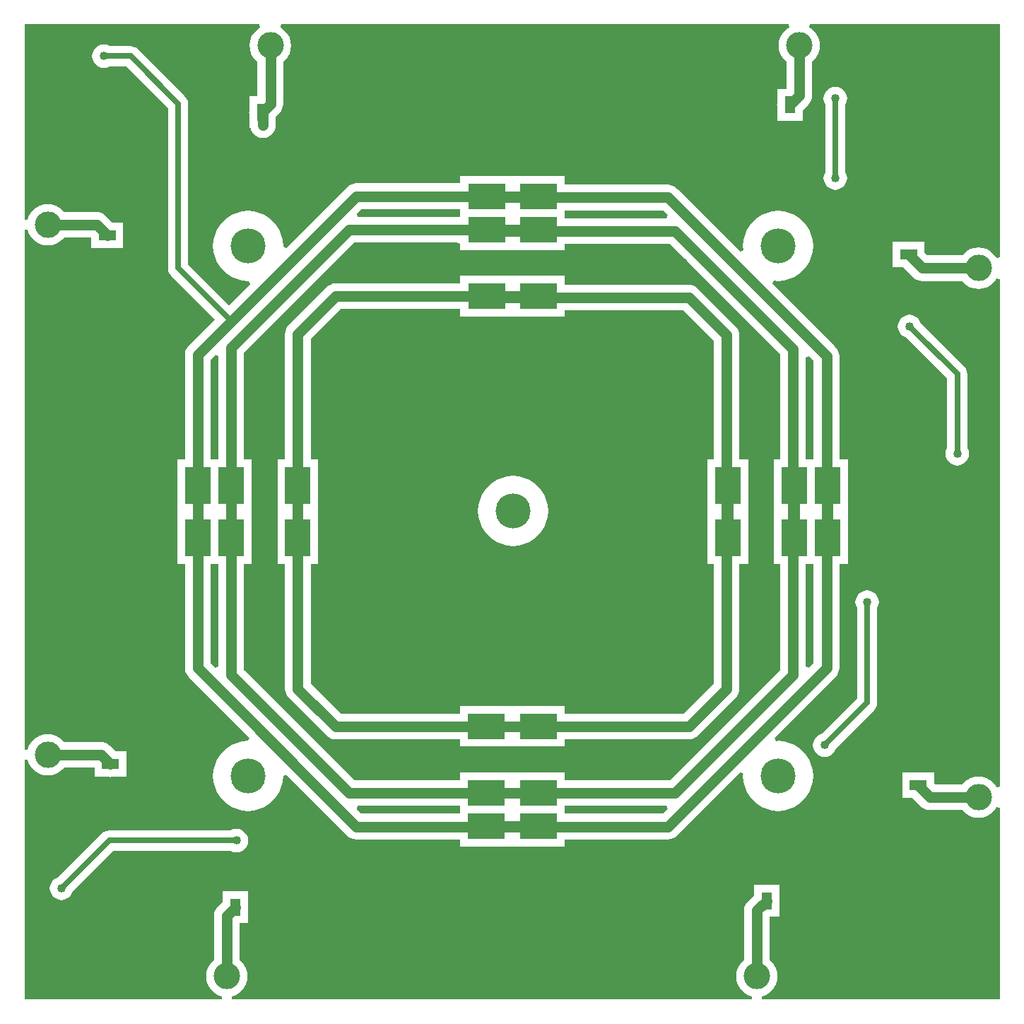
<source format=gbl>
%FSLAX25Y25*%
%MOIN*%
G70*
G01*
G75*
G04 Layer_Physical_Order=2*
G04 Layer_Color=65280*
%ADD10R,0.05906X0.05906*%
%ADD11P,0.08352X4X345.0*%
%ADD12P,0.08352X4X285.0*%
%ADD13C,0.02500*%
%ADD14C,0.05000*%
%ADD15C,0.16500*%
%ADD16R,0.12500X0.12500*%
%ADD17C,0.12500*%
%ADD18R,0.12500X0.12500*%
%ADD19C,0.04000*%
%ADD20R,0.05000X0.08000*%
%ADD21R,0.08000X0.05000*%
%ADD22R,0.17716X0.12205*%
%ADD23R,0.12205X0.17716*%
G36*
X767500Y657561D02*
X766045Y657197D01*
X765646Y657943D01*
X764428Y659428D01*
X762943Y660646D01*
X761249Y661551D01*
X759411Y662109D01*
X757500Y662297D01*
X755589Y662109D01*
X753751Y661551D01*
X752057Y660646D01*
X750572Y659428D01*
X749835Y658529D01*
X733497D01*
X732000Y660026D01*
Y665000D01*
X724795D01*
X724500Y665029D01*
X724205Y665000D01*
X717000D01*
Y653000D01*
X721974D01*
X726737Y648237D01*
Y648237D01*
X726737Y648237D01*
X726737Y648237D01*
Y648237D01*
X727650Y647487D01*
X728693Y646930D01*
Y646930D01*
X728693Y646930D01*
D01*
D01*
D01*
X728693D01*
Y646930D01*
D01*
X728693Y646930D01*
X728693Y646930D01*
X729824Y646587D01*
X731000Y646471D01*
X749835D01*
X750572Y645572D01*
X752057Y644354D01*
X753751Y643449D01*
X755589Y642891D01*
X757500Y642703D01*
X759411Y642891D01*
X761249Y643449D01*
X762943Y644354D01*
X764428Y645572D01*
X765646Y647057D01*
X766045Y647803D01*
X767500Y647439D01*
Y408061D01*
X766045Y407697D01*
X765646Y408443D01*
X764428Y409928D01*
X762943Y411146D01*
X761249Y412051D01*
X759411Y412609D01*
X757500Y412797D01*
X755589Y412609D01*
X753751Y412051D01*
X752057Y411146D01*
X750572Y409928D01*
X749835Y409029D01*
X736997D01*
X736500Y409526D01*
Y414500D01*
X729295D01*
X729000Y414529D01*
X728705Y414500D01*
X721500D01*
Y402500D01*
X726474D01*
X730237Y398737D01*
X730237Y398737D01*
X731150Y397987D01*
X732193Y397430D01*
X733324Y397087D01*
X734500Y396971D01*
X749835D01*
X750572Y396072D01*
X752057Y394854D01*
X753751Y393949D01*
X755589Y393391D01*
X757500Y393203D01*
X759411Y393391D01*
X761249Y393949D01*
X762943Y394854D01*
X764428Y396072D01*
X765646Y397557D01*
X766045Y398303D01*
X767500Y397939D01*
Y307500D01*
X655437D01*
X655217Y308984D01*
X656749Y309449D01*
X658443Y310354D01*
X659928Y311572D01*
X661146Y313057D01*
X662051Y314751D01*
X662609Y316589D01*
X662797Y318500D01*
X662609Y320411D01*
X662051Y322249D01*
X661146Y323943D01*
X659928Y325428D01*
X659029Y326165D01*
Y346500D01*
X663500D01*
Y353705D01*
X663529Y354000D01*
X663500Y354295D01*
Y361500D01*
X651500D01*
Y356526D01*
X648737Y353763D01*
X647987Y352850D01*
X647430Y351807D01*
X647087Y350676D01*
X646971Y349500D01*
Y326165D01*
X646072Y325428D01*
X644854Y323943D01*
X643949Y322249D01*
X643391Y320411D01*
X643203Y318500D01*
X643391Y316589D01*
X643949Y314751D01*
X644854Y313057D01*
X646072Y311572D01*
X647557Y310354D01*
X649251Y309449D01*
X650783Y308984D01*
X650563Y307500D01*
X405437D01*
X405217Y308984D01*
X406749Y309449D01*
X408443Y310354D01*
X409928Y311572D01*
X411146Y313057D01*
X412051Y314751D01*
X412609Y316589D01*
X412797Y318500D01*
X412609Y320411D01*
X412051Y322249D01*
X411146Y323943D01*
X409928Y325428D01*
X409029Y326165D01*
Y343500D01*
X413000D01*
Y350705D01*
X413029Y351000D01*
X413000Y351295D01*
Y358500D01*
X401000D01*
Y353526D01*
X398737Y351263D01*
X397987Y350349D01*
X397430Y349307D01*
X397087Y348176D01*
X396971Y347000D01*
Y326165D01*
X396072Y325428D01*
X394854Y323943D01*
X393949Y322249D01*
X393391Y320411D01*
X393203Y318500D01*
X393391Y316589D01*
X393949Y314751D01*
X394854Y313057D01*
X396072Y311572D01*
X397557Y310354D01*
X399251Y309449D01*
X400783Y308984D01*
X400563Y307500D01*
X307500D01*
Y420563D01*
X308984Y420783D01*
X309449Y419251D01*
X310354Y417557D01*
X311572Y416072D01*
X313057Y414854D01*
X314751Y413949D01*
X316589Y413391D01*
X318500Y413203D01*
X320411Y413391D01*
X322249Y413949D01*
X323943Y414854D01*
X325428Y416072D01*
X326165Y416971D01*
X340500D01*
Y412500D01*
X347705D01*
X348000Y412471D01*
X348295Y412500D01*
X355500D01*
Y424500D01*
X350526D01*
X347763Y427263D01*
X346849Y428013D01*
X345807Y428570D01*
X344676Y428913D01*
X343500Y429029D01*
X326165D01*
X325428Y429928D01*
X323943Y431146D01*
X322249Y432051D01*
X320411Y432609D01*
X318500Y432797D01*
X316589Y432609D01*
X314751Y432051D01*
X313057Y431146D01*
X311572Y429928D01*
X310354Y428443D01*
X309449Y426749D01*
X308984Y425217D01*
X307500Y425437D01*
Y670563D01*
X308984Y670783D01*
X309449Y669251D01*
X310354Y667557D01*
X311572Y666072D01*
X313057Y664854D01*
X314751Y663949D01*
X316589Y663391D01*
X318500Y663203D01*
X320411Y663391D01*
X322249Y663949D01*
X323943Y664854D01*
X325428Y666072D01*
X326165Y666971D01*
X339000D01*
Y662000D01*
X346205D01*
X346500Y661971D01*
X346795Y662000D01*
X354000D01*
Y674000D01*
X349026D01*
X345763Y677263D01*
D01*
X345763Y677263D01*
D01*
D01*
D01*
X345763Y677263D01*
X345763Y677263D01*
X344849Y678013D01*
X343807Y678570D01*
Y678570D01*
X343807D01*
D01*
D01*
D01*
D01*
X343807D01*
Y678570D01*
D01*
D01*
X343807Y678570D01*
X343807Y678570D01*
X343807Y678570D01*
D01*
X342676Y678913D01*
X341500Y679029D01*
X326165D01*
X325428Y679928D01*
X323943Y681146D01*
X322249Y682051D01*
X320411Y682609D01*
X318500Y682797D01*
X316589Y682609D01*
X314751Y682051D01*
X313057Y681146D01*
X311572Y679928D01*
X310354Y678443D01*
X309449Y676749D01*
X308984Y675217D01*
X307500Y675437D01*
Y767500D01*
X418439D01*
X418803Y766045D01*
X418057Y765646D01*
X416572Y764428D01*
X415354Y762943D01*
X414449Y761249D01*
X413891Y759411D01*
X413703Y757500D01*
X413891Y755589D01*
X414449Y753751D01*
X415354Y752057D01*
X416572Y750572D01*
X417471Y749835D01*
Y733500D01*
X413500D01*
Y726295D01*
X413471Y726000D01*
X413500Y725705D01*
Y718500D01*
X414185D01*
X414430Y717693D01*
X414987Y716650D01*
X415737Y715737D01*
X416650Y714987D01*
X417693Y714430D01*
X418824Y714087D01*
X420000Y713971D01*
X421176Y714087D01*
X422307Y714430D01*
X423350Y714987D01*
X424263Y715737D01*
X425013Y716650D01*
X425570Y717693D01*
X425913Y718824D01*
X426029Y720000D01*
Y724003D01*
X427763Y725737D01*
X427763Y725737D01*
X428513Y726650D01*
X429070Y727693D01*
X429413Y728824D01*
X429529Y730000D01*
Y749835D01*
X430428Y750572D01*
X431646Y752057D01*
X432551Y753751D01*
X433109Y755589D01*
X433297Y757500D01*
X433109Y759411D01*
X432551Y761249D01*
X431646Y762943D01*
X430428Y764428D01*
X428943Y765646D01*
X428197Y766045D01*
X428561Y767500D01*
X667939D01*
X668303Y766045D01*
X667557Y765646D01*
X666072Y764428D01*
X664854Y762943D01*
X663949Y761249D01*
X663391Y759411D01*
X663203Y757500D01*
X663391Y755589D01*
X663949Y753751D01*
X664854Y752057D01*
X666072Y750572D01*
X666971Y749835D01*
Y737000D01*
X662500D01*
Y729795D01*
X662471Y729500D01*
X662500Y729205D01*
Y722000D01*
X674500D01*
Y726974D01*
X677263Y729737D01*
X678013Y730650D01*
X678570Y731693D01*
X678913Y732824D01*
X679029Y734000D01*
Y749835D01*
X679928Y750572D01*
X681146Y752057D01*
X682051Y753751D01*
X682609Y755589D01*
X682797Y757500D01*
X682609Y759411D01*
X682051Y761249D01*
X681146Y762943D01*
X679928Y764428D01*
X678443Y765646D01*
X677697Y766045D01*
X678061Y767500D01*
X767500D01*
Y657561D01*
D02*
G37*
%LPC*%
G36*
X725000Y630548D02*
X723564Y630358D01*
X722226Y629804D01*
X721077Y628923D01*
X720196Y627774D01*
X719642Y626436D01*
X719452Y625000D01*
X719642Y623564D01*
X720196Y622226D01*
X721077Y621077D01*
X722226Y620196D01*
X723564Y619642D01*
X723586Y619639D01*
X742709Y600516D01*
Y567791D01*
X742696Y567774D01*
X742142Y566436D01*
X741953Y565000D01*
X742142Y563564D01*
X742696Y562226D01*
X743577Y561077D01*
X744726Y560196D01*
X746064Y559642D01*
X747500Y559452D01*
X748936Y559642D01*
X750274Y560196D01*
X751423Y561077D01*
X752304Y562226D01*
X752858Y563564D01*
X753048Y565000D01*
X752858Y566436D01*
X752304Y567774D01*
X752291Y567791D01*
Y602500D01*
X752128Y603740D01*
X751649Y604895D01*
X750888Y605888D01*
Y605888D01*
D01*
D01*
Y605888D01*
D01*
D01*
D01*
D01*
X750888D01*
D01*
D01*
X750888D01*
X730361Y626414D01*
X730358Y626436D01*
X729804Y627774D01*
X728923Y628923D01*
X727774Y629804D01*
X726436Y630358D01*
X725000Y630548D01*
D02*
G37*
G36*
X705000Y500548D02*
X703564Y500358D01*
X702226Y499804D01*
X701077Y498923D01*
X700196Y497774D01*
X699642Y496436D01*
X699452Y495000D01*
X699642Y493564D01*
X700196Y492226D01*
X700209Y492209D01*
Y449484D01*
X683586Y432861D01*
X683564Y432858D01*
X682226Y432304D01*
X681077Y431423D01*
X680196Y430274D01*
X679642Y428936D01*
X679453Y427500D01*
X679642Y426064D01*
X680196Y424726D01*
X681077Y423577D01*
X682226Y422696D01*
X683564Y422142D01*
X685000Y421952D01*
X686436Y422142D01*
X687774Y422696D01*
X688923Y423577D01*
X689804Y424726D01*
X690358Y426064D01*
X690361Y426086D01*
X708388Y444112D01*
Y444112D01*
D01*
D01*
D01*
X708388Y444112D01*
Y444112D01*
D01*
D01*
Y444112D01*
X708388D01*
D01*
D01*
X708388D01*
D01*
D01*
Y444112D01*
D01*
D01*
D01*
Y444112D01*
D01*
D01*
X708388D01*
D01*
X708388Y444112D01*
D01*
D01*
X709149Y445105D01*
X709628Y446260D01*
X709791Y447500D01*
Y492209D01*
X709804Y492226D01*
X710358Y493564D01*
X710547Y495000D01*
X710358Y496436D01*
X709804Y497774D01*
X708923Y498923D01*
X707774Y499804D01*
X706436Y500358D01*
X705000Y500548D01*
D02*
G37*
G36*
X407500Y388048D02*
X406064Y387858D01*
X404726Y387304D01*
X404709Y387291D01*
X347500D01*
X346260Y387128D01*
X345105Y386649D01*
X344112Y385888D01*
X323586Y365361D01*
X323564Y365358D01*
X322226Y364804D01*
X321077Y363923D01*
X320196Y362774D01*
X319642Y361436D01*
X319453Y360000D01*
X319642Y358564D01*
X320196Y357226D01*
X321077Y356077D01*
X322226Y355196D01*
X323564Y354642D01*
X325000Y354452D01*
X326436Y354642D01*
X327774Y355196D01*
X328923Y356077D01*
X329804Y357226D01*
X330358Y358564D01*
X330361Y358586D01*
X349484Y377709D01*
X404709D01*
X404726Y377696D01*
X406064Y377142D01*
X407500Y376953D01*
X408936Y377142D01*
X410274Y377696D01*
X411423Y378577D01*
X412304Y379726D01*
X412858Y381064D01*
X413048Y382500D01*
X412858Y383936D01*
X412304Y385274D01*
X411423Y386423D01*
X410274Y387304D01*
X408936Y387858D01*
X407500Y388048D01*
D02*
G37*
G36*
X690000Y738048D02*
X688564Y737858D01*
X687226Y737304D01*
X686077Y736423D01*
X685196Y735274D01*
X684642Y733936D01*
X684452Y732500D01*
X684642Y731064D01*
X685196Y729726D01*
X685209Y729709D01*
Y697791D01*
X685196Y697774D01*
X684642Y696436D01*
X684452Y695000D01*
X684642Y693564D01*
X685196Y692226D01*
X686077Y691077D01*
X687226Y690196D01*
X688564Y689642D01*
X690000Y689453D01*
X691436Y689642D01*
X692774Y690196D01*
X693923Y691077D01*
X694804Y692226D01*
X695358Y693564D01*
X695547Y695000D01*
X695358Y696436D01*
X694804Y697774D01*
X694791Y697791D01*
Y729709D01*
X694804Y729726D01*
X695358Y731064D01*
X695547Y732500D01*
X695358Y733936D01*
X694804Y735274D01*
X693923Y736423D01*
X692774Y737304D01*
X691436Y737858D01*
X690000Y738048D01*
D02*
G37*
G36*
X345000Y758047D02*
X343564Y757858D01*
X342226Y757304D01*
X341077Y756423D01*
X340196Y755274D01*
X339642Y753936D01*
X339453Y752500D01*
X339642Y751064D01*
X340196Y749726D01*
X341077Y748577D01*
X342226Y747696D01*
X343564Y747142D01*
X345000Y746952D01*
X346436Y747142D01*
X347774Y747696D01*
X347791Y747709D01*
X355516D01*
X375209Y728016D01*
Y652500D01*
X375209Y652500D01*
X375209D01*
X375372Y651260D01*
X375711Y650443D01*
X375851Y650105D01*
X376612Y649112D01*
Y649112D01*
D01*
D01*
X376612Y649112D01*
Y649112D01*
X376612Y649112D01*
X397349Y628375D01*
X384989Y616015D01*
X384239Y615101D01*
X383682Y614059D01*
X383339Y612928D01*
X383223Y611752D01*
Y562358D01*
X379650D01*
Y537642D01*
Y513035D01*
X383223D01*
Y463890D01*
X383339Y462713D01*
X383682Y461583D01*
X384239Y460540D01*
X384989Y459627D01*
X413708Y430907D01*
X413081Y429545D01*
X413000Y429551D01*
X410411Y429347D01*
X407885Y428741D01*
X405486Y427747D01*
X403271Y426390D01*
X401297Y424703D01*
X399610Y422728D01*
X398253Y420514D01*
X397259Y418115D01*
X396653Y415589D01*
X396449Y413000D01*
X396653Y410411D01*
X397259Y407885D01*
X398253Y405486D01*
X399610Y403271D01*
X401297Y401297D01*
X403271Y399610D01*
X405486Y398253D01*
X407885Y397259D01*
X410411Y396653D01*
X413000Y396449D01*
X415589Y396653D01*
X418115Y397259D01*
X420514Y398253D01*
X422728Y399610D01*
X424703Y401297D01*
X426390Y403271D01*
X427747Y405486D01*
X428741Y407885D01*
X429347Y410411D01*
X429551Y413000D01*
X429545Y413081D01*
X430907Y413708D01*
X459733Y384882D01*
X460646Y384133D01*
X461689Y383576D01*
X462820Y383232D01*
X463996Y383117D01*
X463996Y383117D01*
X513035D01*
Y379650D01*
X562358D01*
Y383117D01*
X611110D01*
X612287Y383232D01*
X613417Y383576D01*
X614460Y384133D01*
X615373Y384882D01*
X645169Y414678D01*
X646532Y414050D01*
X646449Y413000D01*
X646653Y410411D01*
X647259Y407885D01*
X648253Y405486D01*
X649610Y403271D01*
X651297Y401297D01*
X653272Y399610D01*
X655486Y398253D01*
X657886Y397259D01*
X660411Y396653D01*
X663000Y396449D01*
X665589Y396653D01*
X668115Y397259D01*
X670514Y398253D01*
X672728Y399610D01*
X674703Y401297D01*
X676390Y403271D01*
X677747Y405486D01*
X678741Y407885D01*
X679347Y410411D01*
X679551Y413000D01*
X679347Y415589D01*
X678741Y418115D01*
X677747Y420514D01*
X676390Y422728D01*
X674703Y424703D01*
X672728Y426390D01*
X670514Y427747D01*
X668115Y428741D01*
X665589Y429347D01*
X663000Y429551D01*
X661949Y429468D01*
X661321Y430831D01*
X690118Y459627D01*
X690867Y460540D01*
X691424Y461583D01*
X691768Y462713D01*
X691883Y463890D01*
X691883Y463890D01*
Y513035D01*
X696098D01*
Y537642D01*
Y562358D01*
X691883D01*
Y611110D01*
X691883Y611110D01*
X691768Y612287D01*
X691424Y613417D01*
X690867Y614460D01*
X690118Y615373D01*
X660236Y645255D01*
X660864Y646617D01*
X663000Y646449D01*
X665589Y646653D01*
X668115Y647259D01*
X670514Y648253D01*
X672728Y649610D01*
X674703Y651297D01*
X676390Y653272D01*
X677747Y655486D01*
X678741Y657886D01*
X679347Y660411D01*
X679551Y663000D01*
X679347Y665589D01*
X678741Y668115D01*
X677747Y670514D01*
X676390Y672728D01*
X674703Y674703D01*
X672728Y676390D01*
X670514Y677747D01*
X668115Y678741D01*
X665589Y679347D01*
X663000Y679551D01*
X660411Y679347D01*
X657886Y678741D01*
X655486Y677747D01*
X653272Y676390D01*
X651297Y674703D01*
X649610Y672728D01*
X648253Y670514D01*
X647259Y668115D01*
X646653Y665589D01*
X646449Y663000D01*
X646617Y660864D01*
X645255Y660236D01*
X615373Y690118D01*
X614460Y690867D01*
X613417Y691424D01*
X612287Y691768D01*
X611110Y691883D01*
X562465D01*
Y696098D01*
X513142D01*
Y692525D01*
X463996D01*
X463996Y692525D01*
X462820Y692409D01*
X461689Y692066D01*
X460646Y691509D01*
X459733Y690759D01*
X430876Y661903D01*
X429514Y662531D01*
X429551Y663000D01*
X429347Y665589D01*
X428741Y668115D01*
X427747Y670514D01*
X426390Y672728D01*
X424703Y674703D01*
X422728Y676390D01*
X420514Y677747D01*
X418115Y678741D01*
X415589Y679347D01*
X413000Y679551D01*
X410411Y679347D01*
X407885Y678741D01*
X405486Y677747D01*
X403271Y676390D01*
X401297Y674703D01*
X399610Y672728D01*
X398253Y670514D01*
X397259Y668115D01*
X396653Y665589D01*
X396449Y663000D01*
X396653Y660411D01*
X397259Y657886D01*
X398253Y655486D01*
X399610Y653272D01*
X401297Y651297D01*
X403271Y649610D01*
X405486Y648253D01*
X407885Y647259D01*
X410411Y646653D01*
X413000Y646449D01*
X413469Y646486D01*
X414097Y645124D01*
X404125Y635151D01*
X384791Y654485D01*
Y730000D01*
X384628Y731240D01*
X384149Y732396D01*
X383388Y733388D01*
Y733388D01*
D01*
D01*
Y733388D01*
D01*
D01*
D01*
D01*
X383388D01*
D01*
D01*
X383388D01*
X360888Y755888D01*
D01*
X360888Y755888D01*
D01*
D01*
D01*
X360888Y755888D01*
X360888Y755888D01*
X359895Y756649D01*
X359557Y756789D01*
X358740Y757128D01*
X357500Y757291D01*
X347791D01*
X347774Y757304D01*
X346436Y757858D01*
X345000Y758047D01*
D02*
G37*
%LPD*%
G36*
X398971Y464657D02*
X397585Y464083D01*
X395281Y466387D01*
Y513035D01*
X398971D01*
Y464657D01*
D02*
G37*
G36*
X511064Y664642D02*
X512500Y664453D01*
X513142Y663890D01*
Y661146D01*
X562465D01*
Y664077D01*
X611861D01*
X664077Y611861D01*
Y562358D01*
X661146D01*
Y537642D01*
Y513035D01*
X664077D01*
Y463139D01*
X611861Y410923D01*
X562358D01*
Y414602D01*
X513035D01*
Y410923D01*
X463245D01*
X411029Y463139D01*
Y513035D01*
X414602D01*
Y537642D01*
Y562358D01*
X411029D01*
Y612503D01*
X463245Y664719D01*
X510877D01*
X511064Y664642D01*
D02*
G37*
G36*
X513035Y395398D02*
Y395175D01*
X466493D01*
X464189Y397479D01*
X464763Y398865D01*
X513035D01*
Y395398D01*
D02*
G37*
G36*
X610917Y397479D02*
X608613Y395175D01*
X562358D01*
Y395398D01*
Y398865D01*
X610343D01*
X610917Y397479D01*
D02*
G37*
G36*
X679825Y466387D02*
X677521Y464083D01*
X676135Y464657D01*
Y513035D01*
X679825D01*
Y466387D01*
D02*
G37*
G36*
X398971Y610985D02*
Y562358D01*
X395281D01*
Y609255D01*
X397585Y611559D01*
X398971Y610985D01*
D02*
G37*
G36*
X679825Y608613D02*
Y562358D01*
X676135D01*
Y610343D01*
X677521Y610917D01*
X679825Y608613D01*
D02*
G37*
G36*
X610917Y677521D02*
X610343Y676135D01*
X562465D01*
Y676894D01*
Y679825D01*
X608613D01*
X610917Y677521D01*
D02*
G37*
G36*
X513142Y676894D02*
Y676777D01*
X464763D01*
X464189Y678163D01*
X466493Y680467D01*
X513142D01*
Y676894D01*
D02*
G37*
%LPC*%
G36*
X562465Y648854D02*
X513142D01*
Y645281D01*
X454252D01*
X453076Y645165D01*
X451945Y644822D01*
X450902Y644265D01*
X449989Y643515D01*
X432233Y625759D01*
X431483Y624846D01*
X430926Y623803D01*
X430583Y622672D01*
X430467Y621496D01*
Y562358D01*
X426894D01*
Y537642D01*
Y513035D01*
X430467D01*
Y454146D01*
X430467Y454146D01*
X430467D01*
X430583Y452969D01*
X430926Y451838D01*
X430926Y451838D01*
X430926Y451838D01*
X431483Y450796D01*
X432233Y449883D01*
Y449883D01*
D01*
D01*
X432233Y449883D01*
Y449883D01*
X432233Y449883D01*
X449989Y432127D01*
Y432127D01*
D01*
D01*
X449989Y432127D01*
Y432127D01*
D01*
Y432127D01*
X449989Y432127D01*
X450902Y431377D01*
X451945Y430820D01*
D01*
X451945D01*
X451945Y430820D01*
D01*
D01*
D01*
X451945D01*
D01*
D01*
X451945D01*
D01*
D01*
Y430820D01*
X453076Y430477D01*
X454252Y430361D01*
X513035D01*
Y426894D01*
X562358D01*
Y430361D01*
X620854D01*
X622031Y430477D01*
X623162Y430820D01*
X624204Y431377D01*
X625117Y432127D01*
X642873Y449883D01*
X643623Y450796D01*
X644180Y451838D01*
X644523Y452969D01*
X644639Y454146D01*
Y513035D01*
X648854D01*
Y537642D01*
Y562358D01*
X644639D01*
Y620854D01*
X644639Y620854D01*
Y620854D01*
X644639D01*
X644639Y620854D01*
D01*
D01*
D01*
D01*
X644639Y620854D01*
D01*
X644523Y622031D01*
X644180Y623162D01*
X644180D01*
Y623162D01*
X644180D01*
X644180Y623162D01*
D01*
D01*
D01*
D01*
X644180Y623162D01*
D01*
X644180D01*
Y623162D01*
D01*
X643623Y624204D01*
X642873Y625117D01*
Y625117D01*
D01*
D01*
Y625117D01*
D01*
D01*
D01*
D01*
D01*
D01*
X642873Y625117D01*
X642873Y625117D01*
X625117Y642873D01*
D01*
X625117Y642873D01*
D01*
D01*
D01*
X625117Y642873D01*
X625117Y642873D01*
X624204Y643623D01*
X623162Y644180D01*
D01*
D01*
Y644180D01*
X623162D01*
D01*
D01*
D01*
D01*
X623162D01*
Y644180D01*
D01*
D01*
D01*
X623162Y644180D01*
D01*
X623162D01*
X623162Y644180D01*
X623162Y644180D01*
X622031Y644523D01*
X620854Y644639D01*
X562465D01*
Y648854D01*
D02*
G37*
%LPD*%
G36*
X513142Y629650D02*
X562465D01*
Y632581D01*
X618357D01*
X632581Y618357D01*
Y562358D01*
X629650D01*
Y537642D01*
Y513035D01*
X632581D01*
Y456643D01*
X618357Y442419D01*
X562358D01*
Y446098D01*
X513035D01*
Y442419D01*
X456749D01*
X442525Y456643D01*
Y513035D01*
X446098D01*
Y537642D01*
Y562358D01*
X442525D01*
Y618999D01*
X456749Y633223D01*
X513142D01*
Y629650D01*
D02*
G37*
%LPC*%
G36*
X538000Y554551D02*
X535411Y554347D01*
X532886Y553741D01*
X530486Y552747D01*
X528272Y551390D01*
X526297Y549703D01*
X524610Y547728D01*
X523253Y545514D01*
X522259Y543115D01*
X521653Y540589D01*
X521449Y538000D01*
X521653Y535411D01*
X522259Y532886D01*
X523253Y530486D01*
X524610Y528272D01*
X526297Y526297D01*
X528272Y524610D01*
X530486Y523253D01*
X532886Y522259D01*
X535411Y521653D01*
X538000Y521449D01*
X540589Y521653D01*
X543115Y522259D01*
X545514Y523253D01*
X547728Y524610D01*
X549703Y526297D01*
X551390Y528272D01*
X552747Y530486D01*
X553741Y532886D01*
X554347Y535411D01*
X554551Y538000D01*
X554347Y540589D01*
X553741Y543115D01*
X552747Y545514D01*
X551390Y547728D01*
X549703Y549703D01*
X547728Y551390D01*
X545514Y552747D01*
X543115Y553741D01*
X540589Y554347D01*
X538000Y554551D01*
D02*
G37*
%LPD*%
D13*
X690000Y695000D02*
Y732500D01*
X685000Y427500D02*
X705000Y447500D01*
Y495000D01*
X347500Y382500D02*
X407500D01*
X325000Y360000D02*
X347500Y382500D01*
X747500Y565000D02*
Y602500D01*
X725000Y625000D02*
X747500Y602500D01*
X380000Y652500D02*
X405000Y627500D01*
X345000Y752500D02*
X357500D01*
X380000Y730000D01*
Y652500D02*
Y730000D01*
D14*
X670106Y460642D02*
Y614358D01*
X460748Y670748D02*
X550106D01*
X524752Y670106D02*
X614358D01*
X460748Y404894D02*
X614358D01*
X405000Y460642D02*
Y615000D01*
X419500Y726000D02*
X420000Y725500D01*
Y720000D02*
Y725500D01*
X419500Y726000D02*
X423500Y730000D01*
X537500Y613248D02*
X552748Y598000D01*
X598500D01*
X613248Y583252D01*
Y537500D02*
Y583252D01*
X602500Y526752D02*
X613248Y537500D01*
X602500Y477500D02*
Y526752D01*
X587500Y462500D02*
X602500Y477500D01*
X537500Y462500D02*
X587500D01*
X526500Y473500D02*
X537500Y462500D01*
X473500Y473500D02*
X526500D01*
X461752Y485248D02*
X473500Y473500D01*
X461752Y485248D02*
Y537500D01*
X477500Y553248D01*
Y603000D01*
X367500Y410000D02*
X372500Y415000D01*
Y427500D01*
X352644Y447356D02*
X372500Y427500D01*
X352644Y447356D02*
Y477702D01*
X364252Y489310D01*
Y537500D01*
X348500Y553252D02*
X364252Y537500D01*
X348500Y553252D02*
Y598000D01*
X318500Y628000D02*
X348500Y598000D01*
X318500Y628000D02*
Y653000D01*
X367500Y662500D02*
Y712500D01*
X362000Y657000D02*
X367500Y662500D01*
X342500Y765000D02*
X396000D01*
X330000Y737500D02*
X340000Y727500D01*
X346500Y657000D02*
X362000D01*
X352500Y727500D02*
X367500Y712500D01*
X340000Y727500D02*
X352500D01*
X330000Y737500D02*
Y752500D01*
X342500Y765000D01*
X396000D02*
X403500Y757500D01*
X408500Y714000D02*
Y726000D01*
Y714000D02*
X415000Y707500D01*
X437500D01*
X453500Y723500D01*
X473500D01*
X486252Y710748D01*
X537500D01*
X554752Y728000D01*
X602500D01*
X632000Y757500D01*
X653000D01*
X657500Y715000D02*
Y729500D01*
Y715000D02*
X665000Y707500D01*
X703000Y723000D02*
X723500D01*
X757500Y689000D01*
Y672500D02*
Y689000D01*
X700000Y660000D02*
X710000Y670000D01*
X700000Y630000D02*
Y660000D01*
X710748Y550748D02*
X727500Y567500D01*
X710000Y670000D02*
X724500D01*
X700000Y630000D02*
X727500Y602500D01*
Y567500D02*
Y602500D01*
X710748Y537500D02*
Y550748D01*
Y537500D02*
X723500Y524748D01*
Y473500D02*
Y524748D01*
Y473500D02*
X757500Y439500D01*
Y423000D02*
Y439500D01*
X714500Y419500D02*
X729000D01*
X707500Y412500D02*
X714500Y419500D01*
X707500Y392500D02*
Y412500D01*
Y392500D02*
X727500Y372500D01*
Y352500D02*
Y372500D01*
X693500Y318500D02*
X727500Y352500D01*
X673000Y318500D02*
X693500D01*
X668500Y354000D02*
Y371500D01*
X667500Y372500D02*
X668500Y371500D01*
X640000Y372500D02*
X667500D01*
X616000Y348500D02*
X640000Y372500D01*
X598500Y348500D02*
X616000D01*
X582000Y365000D02*
X598500Y348500D01*
X537500Y365000D02*
X582000D01*
X525000Y352500D02*
X537500Y365000D01*
X477500Y352500D02*
X525000D01*
X443500Y318500D02*
X477500Y352500D01*
X423000Y318500D02*
X443500D01*
X412500Y370000D02*
X418000Y364500D01*
Y351000D02*
Y364500D01*
X387500Y370000D02*
X412500D01*
X365500Y348000D02*
X387500Y370000D01*
X348500Y348000D02*
X365500D01*
X340500Y340000D02*
X348500Y348000D01*
X317500Y340000D02*
X340500D01*
X312500Y345000D02*
X317500Y340000D01*
X312500Y345000D02*
Y372500D01*
X318500Y378500D01*
Y403000D01*
X463996Y686496D02*
X550106D01*
X389252Y611752D02*
X463996Y686496D01*
X389252Y525394D02*
Y611752D01*
X653000Y349500D02*
X657500Y354000D01*
X653000Y318500D02*
Y349500D01*
X668500Y354000D02*
X673000Y349500D01*
Y318500D02*
Y349500D01*
X524752Y685854D02*
X611110D01*
X685854Y611110D01*
Y525000D02*
Y611110D01*
X614358Y670106D02*
X670106Y614358D01*
X524646Y655000D02*
X617500D01*
X617606Y654358D02*
X654358Y617606D01*
Y525000D02*
Y617606D01*
X620854Y638610D02*
X638610Y620854D01*
X524752Y638610D02*
X620854D01*
X638610Y525000D02*
Y620854D01*
X685854Y463890D02*
Y550248D01*
X611110Y389146D02*
X685854Y463890D01*
X525000Y389146D02*
X611110D01*
X614358Y404894D02*
X670106Y460642D01*
X654358Y457394D02*
Y550248D01*
X617606Y420642D02*
X654358Y457394D01*
X525000Y420642D02*
X617606D01*
X620854Y436390D02*
X638610Y454146D01*
Y550248D01*
X525000Y436390D02*
X620854D01*
X463996Y389146D02*
X550354D01*
X389252Y463890D02*
X463996Y389146D01*
X389252Y463890D02*
Y550000D01*
X405000Y460642D02*
X460748Y404894D01*
X457500Y420642D02*
X550354D01*
X420748Y457394D02*
X457500Y420642D01*
X420748Y457394D02*
Y550000D01*
X436496Y454146D02*
X454252Y436390D01*
X550354D01*
X436496Y454146D02*
Y550000D01*
X454252Y639252D02*
X550106D01*
X436496Y525394D02*
Y621496D01*
X454252Y639252D01*
X457500Y655000D02*
X550106D01*
X420748Y618248D02*
X457500Y655000D01*
X420748Y525394D02*
Y618248D01*
X405000Y615000D02*
X460748Y670748D01*
X342500Y653000D02*
X346500Y657000D01*
X318500Y653000D02*
X342500D01*
X341500Y673000D02*
X346500Y668000D01*
X318500Y673000D02*
X341500D01*
X343500Y423000D02*
X348000Y418500D01*
X318500Y423000D02*
X343500D01*
Y403000D02*
X348000Y407500D01*
X318500Y403000D02*
X343500D01*
X403000Y347000D02*
X407000Y351000D01*
X403000Y318500D02*
Y347000D01*
X418000Y351000D02*
X423000Y346000D01*
Y318500D02*
Y346000D01*
X729000Y408500D02*
X734500Y403000D01*
X757500D01*
X729000Y419500D02*
X732500Y423000D01*
X757500D01*
X724500Y659000D02*
X731000Y652500D01*
X757500D01*
X724500Y670000D02*
X727000Y672500D01*
X757500D01*
X668500Y729500D02*
X673000Y734000D01*
Y757500D01*
X653000Y734000D02*
X657500Y729500D01*
X653000Y734000D02*
Y757500D01*
X423500Y730000D02*
Y757500D01*
X403500Y731000D02*
X408500Y726000D01*
X403500Y731000D02*
Y757500D01*
X639252Y525394D02*
Y550000D01*
X655000Y525394D02*
Y550000D01*
X670748Y525394D02*
Y550000D01*
X686496Y525394D02*
Y550000D01*
X525394Y436496D02*
X550000D01*
X525394Y420748D02*
X550000D01*
X525394Y405000D02*
X550000D01*
X525394Y389252D02*
X550000D01*
D15*
X663000Y413000D02*
D03*
X413000Y663000D02*
D03*
X663000D02*
D03*
X538000Y538000D02*
D03*
X413000Y413000D02*
D03*
D16*
X318500Y653000D02*
D03*
Y403000D02*
D03*
X757500Y423000D02*
D03*
Y672500D02*
D03*
D17*
X318500Y673000D02*
D03*
Y423000D02*
D03*
X403000Y318500D02*
D03*
X653000D02*
D03*
X757500Y403000D02*
D03*
Y652500D02*
D03*
X673000Y757500D02*
D03*
X423500D02*
D03*
D18*
X423000Y318500D02*
D03*
X673000D02*
D03*
X653000Y757500D02*
D03*
X403500D02*
D03*
D19*
X461752Y537500D02*
D03*
X405000Y467500D02*
D03*
X575000Y405000D02*
D03*
X512500Y670000D02*
D03*
X670000Y522500D02*
D03*
X405000Y550000D02*
D03*
X420000Y720000D02*
D03*
X690000Y695000D02*
D03*
Y732500D02*
D03*
X365000Y537500D02*
D03*
X537500Y710000D02*
D03*
X710000Y537500D02*
D03*
X537500Y365000D02*
D03*
X705000Y495000D02*
D03*
X685000Y427500D02*
D03*
X407500Y382500D02*
D03*
X325000Y360000D02*
D03*
X747500Y565000D02*
D03*
X725000Y625000D02*
D03*
X345000Y752500D02*
D03*
X630000Y445000D02*
D03*
X348500Y348000D02*
D03*
X598500Y348500D02*
D03*
X723500Y473500D02*
D03*
X473500D02*
D03*
X348500Y598000D02*
D03*
X598500D02*
D03*
X723500Y723000D02*
D03*
X473500Y723500D02*
D03*
X352500Y727500D02*
D03*
X602500Y728000D02*
D03*
X727500Y602500D02*
D03*
X477500Y603000D02*
D03*
X352644Y477702D02*
D03*
X602500Y477500D02*
D03*
X727500Y352500D02*
D03*
X477500D02*
D03*
X420000Y525000D02*
D03*
Y549606D02*
D03*
X525000Y655000D02*
D03*
X549606D02*
D03*
X537500Y613248D02*
D03*
X655000Y550000D02*
D03*
Y525394D02*
D03*
X613248Y537500D02*
D03*
X537500Y462500D02*
D03*
X525394Y420748D02*
D03*
X550000D02*
D03*
D20*
X668500Y354000D02*
D03*
X657500D02*
D03*
X407000Y351000D02*
D03*
X418000D02*
D03*
X668500Y729500D02*
D03*
X657500D02*
D03*
X419500Y726000D02*
D03*
X408500D02*
D03*
D21*
X346500Y668000D02*
D03*
Y657000D02*
D03*
X348000Y418500D02*
D03*
Y407500D02*
D03*
X729000Y408500D02*
D03*
Y419500D02*
D03*
X724500Y659000D02*
D03*
Y670000D02*
D03*
D22*
X525394Y389252D02*
D03*
X550000D02*
D03*
X525394Y405000D02*
D03*
Y420748D02*
D03*
Y436496D02*
D03*
X550000Y405000D02*
D03*
Y420748D02*
D03*
Y436496D02*
D03*
X550106Y686496D02*
D03*
X525500D02*
D03*
X550106Y670748D02*
D03*
Y655000D02*
D03*
Y639252D02*
D03*
X525500Y670748D02*
D03*
Y655000D02*
D03*
Y639252D02*
D03*
D23*
X686496Y525394D02*
D03*
Y550000D02*
D03*
X670748Y525394D02*
D03*
X655000D02*
D03*
X639252D02*
D03*
X670748Y550000D02*
D03*
X655000D02*
D03*
X639252D02*
D03*
X389252D02*
D03*
Y525394D02*
D03*
X405000Y550000D02*
D03*
X420748D02*
D03*
X436496D02*
D03*
X405000Y525394D02*
D03*
X420748D02*
D03*
X436496D02*
D03*
M02*

</source>
